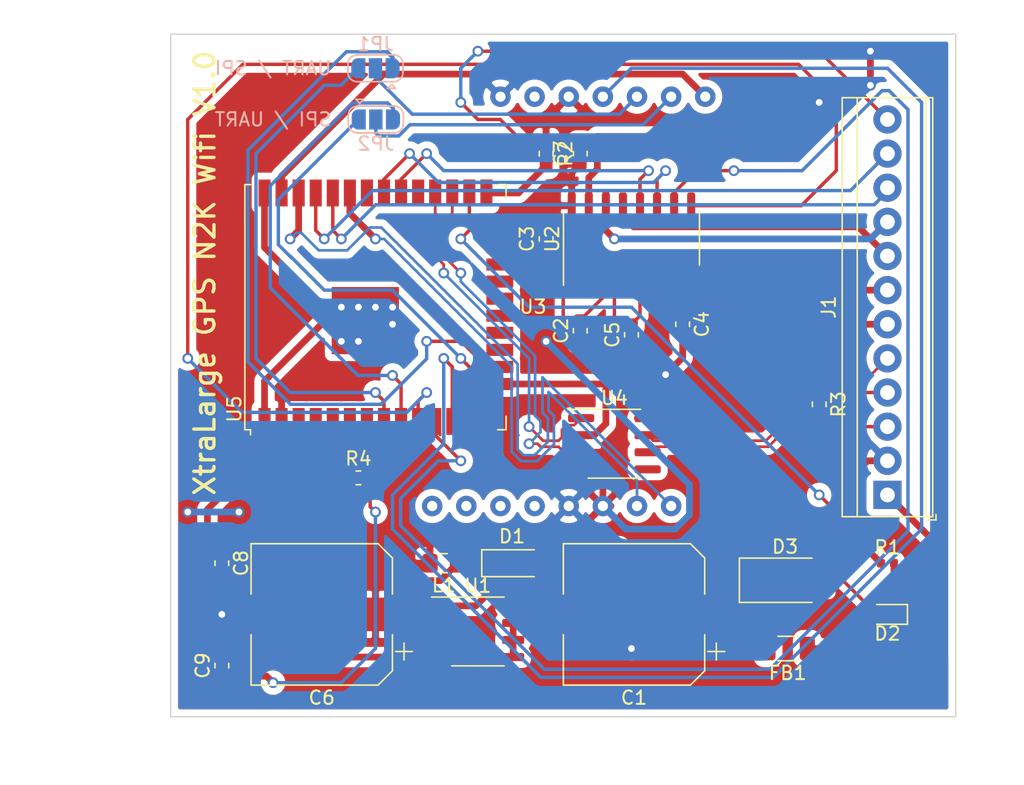
<source format=kicad_pcb>
(kicad_pcb (version 20171130) (host pcbnew "(5.1.9)-1")
  (layers (0 F.Cu signal) (31 B.Cu signal) (34 B.Paste user) (35 F.Paste user) (36 B.SilkS user) (37 F.SilkS user) (38 B.Mask user) (39 F.Mask user) (44 Edge.Cuts user))
  (net 0 "")
  (net 1 GND)
  (net 2 +BATT)
  (net 3 "Net-(C2-Pad2)")
  (net 4 "Net-(C2-Pad1)")
  (net 5 "Net-(C5-Pad2)")
  (net 6 "Net-(C5-Pad1)")
  (net 7 +3V3)
  (net 8 /EN)
  (net 9 "Net-(D1-Pad1)")
  (net 10 /ESP_LED_CTRL)
  (net 11 /GPIO0)
  (net 12 /RX_UART2)
  (net 13 /TX_UART2)
  (net 14 /TX_UART1)
  (net 15 /RX_UART1)
  (net 16 /TX_FLASH)
  (net 17 /RX_FLASH)
  (net 18 "Net-(JP1-Pad2)")
  (net 19 SPI_MOSI)
  (net 20 GPS_RX)
  (net 21 "Net-(JP2-Pad2)")
  (net 22 SPI_MISO)
  (net 23 GPS_TX)
  (net 24 "Net-(U3-Pad4)")
  (net 25 "Net-(U3-Pad3)")
  (net 26 "Net-(U3-Pad2)")
  (net 27 "Net-(U3-Pad1)")
  (net 28 SPI_SCK)
  (net 29 SPI_CS)
  (net 30 "Net-(U3-Pad10)")
  (net 31 "Net-(U5-Pad32)")
  (net 32 "Net-(U5-Pad29)")
  (net 33 "Net-(U5-Pad24)")
  (net 34 "Net-(U5-Pad23)")
  (net 35 "Net-(U5-Pad22)")
  (net 36 "Net-(U5-Pad21)")
  (net 37 "Net-(U5-Pad20)")
  (net 38 "Net-(U5-Pad19)")
  (net 39 "Net-(U5-Pad18)")
  (net 40 "Net-(U5-Pad17)")
  (net 41 "Net-(U5-Pad14)")
  (net 42 "Net-(U5-Pad7)")
  (net 43 "Net-(U5-Pad6)")
  (net 44 "Net-(U5-Pad5)")
  (net 45 "Net-(U5-Pad4)")
  (net 46 "Net-(C1-Pad1)")
  (net 47 "Net-(C3-Pad1)")
  (net 48 "Net-(C4-Pad1)")
  (net 49 "Net-(D2-Pad1)")
  (net 50 "Net-(D3-Pad2)")
  (net 51 /RX232_RX2)
  (net 52 /RX232_TX2)
  (net 53 /RS232_TX1)
  (net 54 /RX232_RX1)
  (net 55 "Net-(J1-Pad3)")
  (net 56 /CAN_P)
  (net 57 /CAN_N)
  (net 58 /I2C_P)
  (net 59 /I2C_N)
  (net 60 /CANX_N)
  (net 61 /CANX_P)
  (net 62 "Net-(U4-Pad8)")
  (net 63 "Net-(U4-Pad5)")
  (module Dronotique:AdafruitGPSM9N (layer F.Cu) (at 132.372 89.635)
    (fp_text reference U3 (at 0 0.5) (layer F.SilkS))
    (fp_text value SparkfunM9N)
    (pad 8 thru_hole circle (at 10.28 15.33) (size 1.524 1.524) (drill 0.762) (layers *.Cu *.Mask) (net 58 /I2C_P))
    (pad 7 thru_hole circle (at 7.74 15.33) (size 1.524 1.524) (drill 0.762) (layers *.Cu *.Mask) (net 59 /I2C_N))
    (pad 6 thru_hole circle (at 5.2 15.33) (size 1.524 1.524) (drill 0.762) (layers *.Cu *.Mask) (net 7 +3V3))
    (pad 5 thru_hole circle (at 2.66 15.33) (size 1.524 1.524) (drill 0.762) (layers *.Cu *.Mask) (net 1 GND))
    (pad 4 thru_hole circle (at 0.12 15.33) (size 1.524 1.524) (drill 0.762) (layers *.Cu *.Mask) (net 24 "Net-(U3-Pad4)"))
    (pad 3 thru_hole circle (at -2.42 15.33) (size 1.524 1.524) (drill 0.762) (layers *.Cu *.Mask) (net 25 "Net-(U3-Pad3)"))
    (pad 2 thru_hole circle (at -4.96 15.33) (size 1.524 1.524) (drill 0.762) (layers *.Cu *.Mask) (net 26 "Net-(U3-Pad2)"))
    (pad 1 thru_hole circle (at -7.5 15.33) (size 1.524 1.524) (drill 0.762) (layers *.Cu *.Mask) (net 27 "Net-(U3-Pad1)"))
    (pad 15 thru_hole circle (at 12.82 -15.13) (size 1.524 1.524) (drill 0.762) (layers *.Cu *.Mask) (net 28 SPI_SCK))
    (pad 14 thru_hole circle (at 10.28 -15.13) (size 1.524 1.524) (drill 0.762) (layers *.Cu *.Mask) (net 21 "Net-(JP2-Pad2)"))
    (pad 13 thru_hole circle (at 7.74 -15.13) (size 1.524 1.524) (drill 0.762) (layers *.Cu *.Mask) (net 18 "Net-(JP1-Pad2)"))
    (pad 12 thru_hole circle (at 5.2 -15.13) (size 1.524 1.524) (drill 0.762) (layers *.Cu *.Mask) (net 29 SPI_CS))
    (pad 11 thru_hole circle (at 2.66 -15.13) (size 1.524 1.524) (drill 0.762) (layers *.Cu *.Mask) (net 7 +3V3))
    (pad 10 thru_hole circle (at 0.12 -15.13) (size 1.524 1.524) (drill 0.762) (layers *.Cu *.Mask) (net 30 "Net-(U3-Pad10)"))
    (pad 9 thru_hole circle (at -2.42 -15.13) (size 1.524 1.524) (drill 0.762) (layers *.Cu *.Mask) (net 1 GND))
  )
  (module RF_Module:ESP32-WROOM-32U (layer F.Cu) (at 120.65 90.17 90)
    (fp_text reference U5 (at -7.58 -10.5 270) (layer F.SilkS))
    (fp_text value ESP32-WROOM-32U)
    (pad 38 smd rect (at 8.5 -8.255 90) (size 2 0.9) (layers F.Cu F.Paste F.Mask) (net 1 GND))
    (pad 37 smd rect (at 8.5 -6.985 90) (size 2 0.9) (layers F.Cu F.Paste F.Mask) (net 28 SPI_SCK))
    (pad 36 smd rect (at 8.5 -5.715 90) (size 2 0.9) (layers F.Cu F.Paste F.Mask) (net 58 /I2C_P))
    (pad 35 smd rect (at 8.5 -4.445 90) (size 2 0.9) (layers F.Cu F.Paste F.Mask) (net 16 /TX_FLASH))
    (pad 34 smd rect (at 8.5 -3.175 90) (size 2 0.9) (layers F.Cu F.Paste F.Mask) (net 17 /RX_FLASH))
    (pad 33 smd rect (at 8.5 -1.905 90) (size 2 0.9) (layers F.Cu F.Paste F.Mask) (net 59 /I2C_N))
    (pad 32 smd rect (at 8.5 -0.635 90) (size 2 0.9) (layers F.Cu F.Paste F.Mask) (net 31 "Net-(U5-Pad32)"))
    (pad 31 smd rect (at 8.5 0.635 90) (size 2 0.9) (layers F.Cu F.Paste F.Mask) (net 14 /TX_UART1))
    (pad 30 smd rect (at 8.5 1.905 90) (size 2 0.9) (layers F.Cu F.Paste F.Mask) (net 15 /RX_UART1))
    (pad 29 smd rect (at 8.5 3.175 90) (size 2 0.9) (layers F.Cu F.Paste F.Mask) (net 32 "Net-(U5-Pad29)"))
    (pad 28 smd rect (at 8.5 4.445 90) (size 2 0.9) (layers F.Cu F.Paste F.Mask) (net 61 /CANX_P))
    (pad 27 smd rect (at 8.5 5.715 90) (size 2 0.9) (layers F.Cu F.Paste F.Mask) (net 60 /CANX_N))
    (pad 26 smd rect (at 8.5 6.985 90) (size 2 0.9) (layers F.Cu F.Paste F.Mask) (net 10 /ESP_LED_CTRL))
    (pad 25 smd rect (at 8.5 8.255 90) (size 2 0.9) (layers F.Cu F.Paste F.Mask) (net 11 /GPIO0))
    (pad 24 smd rect (at 5.715 9.255 180) (size 2 0.9) (layers F.Cu F.Paste F.Mask) (net 33 "Net-(U5-Pad24)"))
    (pad 23 smd rect (at 4.445 9.255 180) (size 2 0.9) (layers F.Cu F.Paste F.Mask) (net 34 "Net-(U5-Pad23)"))
    (pad 22 smd rect (at 3.175 9.255 180) (size 2 0.9) (layers F.Cu F.Paste F.Mask) (net 35 "Net-(U5-Pad22)"))
    (pad 21 smd rect (at 1.905 9.255 180) (size 2 0.9) (layers F.Cu F.Paste F.Mask) (net 36 "Net-(U5-Pad21)"))
    (pad 20 smd rect (at 0.635 9.255 180) (size 2 0.9) (layers F.Cu F.Paste F.Mask) (net 37 "Net-(U5-Pad20)"))
    (pad 19 smd rect (at -0.635 9.255 180) (size 2 0.9) (layers F.Cu F.Paste F.Mask) (net 38 "Net-(U5-Pad19)"))
    (pad 18 smd rect (at -1.905 9.255 180) (size 2 0.9) (layers F.Cu F.Paste F.Mask) (net 39 "Net-(U5-Pad18)"))
    (pad 17 smd rect (at -3.175 9.255 180) (size 2 0.9) (layers F.Cu F.Paste F.Mask) (net 40 "Net-(U5-Pad17)"))
    (pad 16 smd rect (at -4.445 9.255 180) (size 2 0.9) (layers F.Cu F.Paste F.Mask) (net 20 GPS_RX))
    (pad 15 smd rect (at -5.715 9.255) (size 2 0.9) (layers F.Cu F.Paste F.Mask) (net 1 GND))
    (pad 14 smd rect (at -8.5 8.255 90) (size 2 0.9) (layers F.Cu F.Paste F.Mask) (net 41 "Net-(U5-Pad14)"))
    (pad 13 smd rect (at -8.5 6.985 90) (size 2 0.9) (layers F.Cu F.Paste F.Mask) (net 23 GPS_TX))
    (pad 12 smd rect (at -8.5 5.715 90) (size 2 0.9) (layers F.Cu F.Paste F.Mask) (net 29 SPI_CS))
    (pad 11 smd rect (at -8.5 4.445 90) (size 2 0.9) (layers F.Cu F.Paste F.Mask) (net 13 /TX_UART2))
    (pad 10 smd rect (at -8.5 3.175 90) (size 2 0.9) (layers F.Cu F.Paste F.Mask) (net 12 /RX_UART2))
    (pad 9 smd rect (at -8.5 1.905 90) (size 2 0.9) (layers F.Cu F.Paste F.Mask) (net 22 SPI_MISO))
    (pad 8 smd rect (at -8.5 0.635 90) (size 2 0.9) (layers F.Cu F.Paste F.Mask) (net 19 SPI_MOSI))
    (pad 7 smd rect (at -8.5 -0.635 90) (size 2 0.9) (layers F.Cu F.Paste F.Mask) (net 42 "Net-(U5-Pad7)"))
    (pad 6 smd rect (at -8.5 -1.905 90) (size 2 0.9) (layers F.Cu F.Paste F.Mask) (net 43 "Net-(U5-Pad6)"))
    (pad 5 smd rect (at -8.5 -3.175 90) (size 2 0.9) (layers F.Cu F.Paste F.Mask) (net 44 "Net-(U5-Pad5)"))
    (pad 4 smd rect (at -8.5 -4.445 90) (size 2 0.9) (layers F.Cu F.Paste F.Mask) (net 45 "Net-(U5-Pad4)"))
    (pad 3 smd rect (at -8.5 -5.715 90) (size 2 0.9) (layers F.Cu F.Paste F.Mask) (net 8 /EN))
    (pad 2 smd rect (at -8.5 -6.985 90) (size 2 0.9) (layers F.Cu F.Paste F.Mask) (net 7 +3V3))
    (pad 1 smd rect (at -8.5 -8.255 90) (size 2 0.9) (layers F.Cu F.Paste F.Mask) (net 1 GND))
    (pad 39 smd rect (at -1 -0.755 90) (size 5 5) (layers F.Cu F.Paste F.Mask) (net 1 GND))
  )
  (module Diode_SMD:D_SMA (layer F.Cu) (at 151.13 110.49)
    (fp_text reference D3 (at 0 -2.5) (layer F.SilkS))
    (fp_text value D_Schottky)
    (pad 2 smd rect (at 2 0) (size 2.5 1.8) (layers F.Cu F.Paste F.Mask) (net 50 "Net-(D3-Pad2)"))
    (pad 1 smd rect (at -2 0) (size 2.5 1.8) (layers F.Cu F.Paste F.Mask) (net 46 "Net-(C1-Pad1)"))
  )
  (module Package_SO:SOIC-16_3.9x9.9mm_P1.27mm (layer F.Cu) (at 139.7 85.09 90)
    (fp_text reference U2 (at 0 -5.9 90) (layer F.SilkS))
    (fp_text value MAX3232CDR)
    (pad 16 smd roundrect (at 2.475 -4.445 90) (size 1.95 0.6) (layers F.Cu F.Paste F.Mask) (net 7 +3V3))
    (pad 15 smd roundrect (at 2.475 -3.175 90) (size 1.95 0.6) (layers F.Cu F.Paste F.Mask) (net 1 GND))
    (pad 14 smd roundrect (at 2.475 -1.905 90) (size 1.95 0.6) (layers F.Cu F.Paste F.Mask) (net 53 /RS232_TX1))
    (pad 13 smd roundrect (at 2.475 -0.635 90) (size 1.95 0.6) (layers F.Cu F.Paste F.Mask) (net 54 /RX232_RX1))
    (pad 12 smd roundrect (at 2.475 0.635 90) (size 1.95 0.6) (layers F.Cu F.Paste F.Mask) (net 15 /RX_UART1))
    (pad 11 smd roundrect (at 2.475 1.905 90) (size 1.95 0.6) (layers F.Cu F.Paste F.Mask) (net 14 /TX_UART1))
    (pad 10 smd roundrect (at 2.475 3.175 90) (size 1.95 0.6) (layers F.Cu F.Paste F.Mask) (net 13 /TX_UART2))
    (pad 9 smd roundrect (at 2.475 4.445 90) (size 1.95 0.6) (layers F.Cu F.Paste F.Mask) (net 12 /RX_UART2))
    (pad 8 smd roundrect (at -2.475 4.445 90) (size 1.95 0.6) (layers F.Cu F.Paste F.Mask) (net 51 /RX232_RX2))
    (pad 7 smd roundrect (at -2.475 3.175 90) (size 1.95 0.6) (layers F.Cu F.Paste F.Mask) (net 52 /RX232_TX2))
    (pad 6 smd roundrect (at -2.475 1.905 90) (size 1.95 0.6) (layers F.Cu F.Paste F.Mask) (net 48 "Net-(C4-Pad1)"))
    (pad 5 smd roundrect (at -2.475 0.635 90) (size 1.95 0.6) (layers F.Cu F.Paste F.Mask) (net 5 "Net-(C5-Pad2)"))
    (pad 4 smd roundrect (at -2.475 -0.635 90) (size 1.95 0.6) (layers F.Cu F.Paste F.Mask) (net 6 "Net-(C5-Pad1)"))
    (pad 3 smd roundrect (at -2.475 -1.905 90) (size 1.95 0.6) (layers F.Cu F.Paste F.Mask) (net 3 "Net-(C2-Pad2)"))
    (pad 2 smd roundrect (at -2.475 -3.175 90) (size 1.95 0.6) (layers F.Cu F.Paste F.Mask) (net 47 "Net-(C3-Pad1)"))
    (pad 1 smd roundrect (at -2.475 -4.445 90) (size 1.95 0.6) (layers F.Cu F.Paste F.Mask) (net 4 "Net-(C2-Pad1)"))
  )
  (module Inductor_SMD:L_0805_2012Metric_Pad1.15x1.40mm_HandSolder (layer F.Cu) (at 125.73 109.22 180)
    (fp_text reference L1 (at 0 -1.65) (layer F.SilkS))
    (fp_text value 47uH)
    (pad 2 smd roundrect (at 1.025 0 180) (size 1.15 1.4) (layers F.Cu F.Paste F.Mask) (roundrect_rratio 0.217391) (net 7 +3V3))
    (pad 1 smd roundrect (at -1.025 0 180) (size 1.15 1.4) (layers F.Cu F.Paste F.Mask) (roundrect_rratio 0.217391) (net 9 "Net-(D1-Pad1)"))
  )
  (module Resistor_SMD:R_1206_3216Metric (layer F.Cu) (at 151.3225 115.57 180)
    (fp_text reference FB1 (at 0 -1.82) (layer F.SilkS))
    (fp_text value "100MHz 6A")
    (pad 2 smd roundrect (at 1.4625 0 180) (size 1.125 1.75) (layers F.Cu F.Paste F.Mask) (roundrect_rratio 0.222222) (net 50 "Net-(D3-Pad2)"))
    (pad 1 smd roundrect (at -1.4625 0 180) (size 1.125 1.75) (layers F.Cu F.Paste F.Mask) (roundrect_rratio 0.222222) (net 2 +BATT))
  )
  (module Capacitor_SMD:CP_Elec_10x10 (layer F.Cu) (at 116.65 113.03 180)
    (fp_text reference C6 (at 0 -6.2) (layer F.SilkS))
    (fp_text value 330uF)
    (pad 2 smd roundrect (at 4 0 180) (size 4 2.5) (layers F.Cu F.Paste F.Mask) (roundrect_rratio 0.1) (net 1 GND))
    (pad 1 smd roundrect (at -4 0 180) (size 4 2.5) (layers F.Cu F.Paste F.Mask) (roundrect_rratio 0.1) (net 7 +3V3))
  )
  (module Capacitor_SMD:CP_Elec_10x10 (layer F.Cu) (at 139.89 113.03 180)
    (fp_text reference C1 (at 0 -6.2) (layer F.SilkS))
    (fp_text value 470UF)
    (pad 2 smd roundrect (at 4 0 180) (size 4 2.5) (layers F.Cu F.Paste F.Mask) (roundrect_rratio 0.1) (net 1 GND))
    (pad 1 smd roundrect (at -4 0 180) (size 4 2.5) (layers F.Cu F.Paste F.Mask) (roundrect_rratio 0.1) (net 46 "Net-(C1-Pad1)"))
  )
  (module Package_SO:SOIC-8_3.9x4.9mm_P1.27mm (layer F.Cu) (at 138.43 100.33)
    (fp_text reference U4 (at 0 -3.4) (layer F.SilkS))
    (fp_text value SN65HVD232DR)
    (pad 8 smd roundrect (at 2.475 -1.905) (size 1.95 0.6) (layers F.Cu F.Paste F.Mask) (net 62 "Net-(U4-Pad8)"))
    (pad 7 smd roundrect (at 2.475 -0.635) (size 1.95 0.6) (layers F.Cu F.Paste F.Mask) (net 56 /CAN_P))
    (pad 6 smd roundrect (at 2.475 0.635) (size 1.95 0.6) (layers F.Cu F.Paste F.Mask) (net 57 /CAN_N))
    (pad 5 smd roundrect (at 2.475 1.905) (size 1.95 0.6) (layers F.Cu F.Paste F.Mask) (net 63 "Net-(U4-Pad5)"))
    (pad 4 smd roundrect (at -2.475 1.905) (size 1.95 0.6) (layers F.Cu F.Paste F.Mask) (net 60 /CANX_N))
    (pad 3 smd roundrect (at -2.475 0.635) (size 1.95 0.6) (layers F.Cu F.Paste F.Mask) (net 7 +3V3))
    (pad 2 smd roundrect (at -2.475 -0.635) (size 1.95 0.6) (layers F.Cu F.Paste F.Mask) (net 1 GND))
    (pad 1 smd roundrect (at -2.475 -1.905) (size 1.95 0.6) (layers F.Cu F.Paste F.Mask) (net 61 /CANX_P))
  )
  (module Package_SO:SOP-8_3.9x4.9mm_P1.27mm (layer F.Cu) (at 128.27 114.3)
    (fp_text reference U1 (at 0 -3.4) (layer F.SilkS))
    (fp_text value "XLSEMI XL1509-3.3E1")
    (pad 8 smd roundrect (at 2.625 -1.905) (size 1.65 0.6) (layers F.Cu F.Paste F.Mask) (net 1 GND))
    (pad 7 smd roundrect (at 2.625 -0.635) (size 1.65 0.6) (layers F.Cu F.Paste F.Mask) (net 1 GND))
    (pad 6 smd roundrect (at 2.625 0.635) (size 1.65 0.6) (layers F.Cu F.Paste F.Mask) (net 1 GND))
    (pad 5 smd roundrect (at 2.625 1.905) (size 1.65 0.6) (layers F.Cu F.Paste F.Mask) (net 1 GND))
    (pad 4 smd roundrect (at -2.625 1.905) (size 1.65 0.6) (layers F.Cu F.Paste F.Mask) (net 1 GND))
    (pad 3 smd roundrect (at -2.625 0.635) (size 1.65 0.6) (layers F.Cu F.Paste F.Mask) (net 7 +3V3))
    (pad 2 smd roundrect (at -2.625 -0.635) (size 1.65 0.6) (layers F.Cu F.Paste F.Mask) (net 9 "Net-(D1-Pad1)"))
    (pad 1 smd roundrect (at -2.625 -1.905) (size 1.65 0.6) (layers F.Cu F.Paste F.Mask) (net 46 "Net-(C1-Pad1)"))
  )
  (module Resistor_SMD:R_0603_1608Metric_Pad1.05x0.95mm_HandSolder (layer F.Cu) (at 119.38 102.87)
    (fp_text reference R4 (at 0 -1.43) (layer F.SilkS))
    (fp_text value 10kohm)
    (pad 2 smd roundrect (at 0.875 0) (size 1.05 0.95) (layers F.Cu F.Paste F.Mask) (net 8 /EN))
    (pad 1 smd roundrect (at -0.875 0) (size 1.05 0.95) (layers F.Cu F.Paste F.Mask) (net 7 +3V3))
  )
  (module Resistor_SMD:R_0603_1608Metric_Pad1.05x0.95mm_HandSolder (layer F.Cu) (at 153.67 97.395 270)
    (fp_text reference R3 (at 0 -1.43 90) (layer F.SilkS))
    (fp_text value 120ohm)
    (pad 2 smd roundrect (at 0.875 0 270) (size 1.05 0.95) (layers F.Cu F.Paste F.Mask) (net 55 "Net-(J1-Pad3)"))
    (pad 1 smd roundrect (at -0.875 0 270) (size 1.05 0.95) (layers F.Cu F.Paste F.Mask) (net 57 /CAN_N))
  )
  (module Resistor_SMD:R_0603_1608Metric_Pad1.05x0.95mm_HandSolder (layer F.Cu) (at 133.35 78.74 270)
    (fp_text reference R2 (at 0 -1.43 90) (layer F.SilkS))
    (fp_text value 10kohm)
    (pad 2 smd roundrect (at 0.875 0 270) (size 1.05 0.95) (layers F.Cu F.Paste F.Mask) (net 11 /GPIO0))
    (pad 1 smd roundrect (at -0.875 0 270) (size 1.05 0.95) (layers F.Cu F.Paste F.Mask) (net 7 +3V3))
  )
  (module Resistor_SMD:R_0402_1005Metric (layer F.Cu) (at 158.75 109.22)
    (fp_text reference R1 (at 0 -1.17) (layer F.SilkS))
    (fp_text value 220ohm)
    (pad 2 smd roundrect (at 0.485 0) (size 0.59 0.64) (layers F.Cu F.Paste F.Mask) (net 49 "Net-(D2-Pad1)"))
    (pad 1 smd roundrect (at -0.485 0) (size 0.59 0.64) (layers F.Cu F.Paste F.Mask) (net 1 GND))
  )
  (module Jumper:SolderJumper-3_P1.3mm_Open_RoundedPad1.0x1.5mm (layer B.Cu) (at 120.68 76.2)
    (fp_text reference JP2 (at 0 1.8) (layer B.SilkS) (effects (justify mirror)))
    (fp_text value MISO/TX)
    (pad 2 smd rect (at 0 0) (size 1 1.5) (layers B.Cu B.Mask) (net 21 "Net-(JP2-Pad2)"))
    (pad 3 smd custom (at 1.3 0) (size 1 0.5) (layers B.Cu B.Mask) (net 22 SPI_MISO) (options (clearance outline) (anchor rect)) (primitives (gr_circle (center 0 -0.25) (end 0.5 -0.25) (width 0)) (gr_circle (center 0 0.25) (end 0.5 0.25) (width 0)) (gr_poly (pts (xy -0.55 0.75) (xy 0 0.75) (xy 0 -0.75) (xy -0.55 -0.75)) (width 0))))
    (pad 1 smd custom (at -1.3 0) (size 1 0.5) (layers B.Cu B.Mask) (net 23 GPS_TX) (options (clearance outline) (anchor rect)) (primitives (gr_circle (center 0 -0.25) (end 0.5 -0.25) (width 0)) (gr_circle (center 0 0.25) (end 0.5 0.25) (width 0)) (gr_poly (pts (xy 0.55 0.75) (xy 0 0.75) (xy 0 -0.75) (xy 0.55 -0.75)) (width 0))))
  )
  (module Jumper:SolderJumper-3_P1.3mm_Open_RoundedPad1.0x1.5mm (layer B.Cu) (at 120.65 72.39 180)
    (fp_text reference JP1 (at 0 1.8) (layer B.SilkS) (effects (justify mirror)))
    (fp_text value MOSI/RX)
    (pad 2 smd rect (at 0 0 180) (size 1 1.5) (layers B.Cu B.Mask) (net 18 "Net-(JP1-Pad2)"))
    (pad 3 smd custom (at 1.3 0 180) (size 1 0.5) (layers B.Cu B.Mask) (net 19 SPI_MOSI) (options (clearance outline) (anchor rect)) (primitives (gr_circle (center 0 -0.25) (end 0.5 -0.25) (width 0)) (gr_circle (center 0 0.25) (end 0.5 0.25) (width 0)) (gr_poly (pts (xy -0.55 0.75) (xy 0 0.75) (xy 0 -0.75) (xy -0.55 -0.75)) (width 0))))
    (pad 1 smd custom (at -1.3 0 180) (size 1 0.5) (layers B.Cu B.Mask) (net 20 GPS_RX) (options (clearance outline) (anchor rect)) (primitives (gr_circle (center 0 -0.25) (end 0.5 -0.25) (width 0)) (gr_circle (center 0 0.25) (end 0.5 0.25) (width 0)) (gr_poly (pts (xy 0.55 0.75) (xy 0 0.75) (xy 0 -0.75) (xy 0.55 -0.75)) (width 0))))
  )
  (module TerminalBlock_TE-Connectivity:TerminalBlock_TE_1-282834-2_1x12_P2.54mm_Horizontal (layer F.Cu) (at 158.75 104.14 90)
    (fp_text reference J1 (at 13.97 -4.37 90) (layer F.SilkS))
    (fp_text value Conn_01x12)
    (pad 12 thru_hole circle (at 27.94 0 90) (size 2.1 2.1) (drill 1.1) (layers *.Cu *.Mask) (net 11 /GPIO0))
    (pad 11 thru_hole circle (at 25.4 0 90) (size 2.1 2.1) (drill 1.1) (layers *.Cu *.Mask) (net 16 /TX_FLASH))
    (pad 10 thru_hole circle (at 22.86 0 90) (size 2.1 2.1) (drill 1.1) (layers *.Cu *.Mask) (net 17 /RX_FLASH))
    (pad 9 thru_hole circle (at 20.32 0 90) (size 2.1 2.1) (drill 1.1) (layers *.Cu *.Mask) (net 53 /RS232_TX1))
    (pad 8 thru_hole circle (at 17.78 0 90) (size 2.1 2.1) (drill 1.1) (layers *.Cu *.Mask) (net 54 /RX232_RX1))
    (pad 7 thru_hole circle (at 15.24 0 90) (size 2.1 2.1) (drill 1.1) (layers *.Cu *.Mask) (net 51 /RX232_RX2))
    (pad 6 thru_hole circle (at 12.7 0 90) (size 2.1 2.1) (drill 1.1) (layers *.Cu *.Mask) (net 52 /RX232_TX2))
    (pad 5 thru_hole circle (at 10.16 0 90) (size 2.1 2.1) (drill 1.1) (layers *.Cu *.Mask) (net 56 /CAN_P))
    (pad 4 thru_hole circle (at 7.62 0 90) (size 2.1 2.1) (drill 1.1) (layers *.Cu *.Mask) (net 57 /CAN_N))
    (pad 3 thru_hole circle (at 5.08 0 90) (size 2.1 2.1) (drill 1.1) (layers *.Cu *.Mask) (net 55 "Net-(J1-Pad3)"))
    (pad 2 thru_hole circle (at 2.54 0 90) (size 2.1 2.1) (drill 1.1) (layers *.Cu *.Mask) (net 1 GND))
    (pad 1 thru_hole rect (at 0 0 90) (size 2.1 2.1) (drill 1.1) (layers *.Cu *.Mask) (net 2 +BATT))
  )
  (module LED_SMD:LED_0603_1608Metric (layer F.Cu) (at 158.75 113.03 180)
    (fp_text reference D2 (at 0 -1.43) (layer F.SilkS))
    (fp_text value Green)
    (pad 2 smd roundrect (at 0.7875 0 180) (size 0.875 0.95) (layers F.Cu F.Paste F.Mask) (net 10 /ESP_LED_CTRL))
    (pad 1 smd roundrect (at -0.7875 0 180) (size 0.875 0.95) (layers F.Cu F.Paste F.Mask) (net 49 "Net-(D2-Pad1)"))
  )
  (module Diode_SMD:D_SOD-123 (layer F.Cu) (at 130.81 109.22)
    (fp_text reference D1 (at 0 -2) (layer F.SilkS))
    (fp_text value D_1N5819)
    (pad 2 smd rect (at 1.65 0) (size 0.9 1.2) (layers F.Cu F.Paste F.Mask) (net 1 GND))
    (pad 1 smd rect (at -1.65 0) (size 0.9 1.2) (layers F.Cu F.Paste F.Mask) (net 9 "Net-(D1-Pad1)"))
  )
  (module Capacitor_SMD:C_0603_1608Metric (layer F.Cu) (at 109.22 116.84 90)
    (fp_text reference C9 (at 0 -1.43 90) (layer F.SilkS))
    (fp_text value 2.2uF)
    (pad 2 smd roundrect (at 0.7875 0 90) (size 0.875 0.95) (layers F.Cu F.Paste F.Mask) (net 1 GND))
    (pad 1 smd roundrect (at -0.7875 0 90) (size 0.875 0.95) (layers F.Cu F.Paste F.Mask) (net 8 /EN))
  )
  (module Capacitor_SMD:C_0603_1608Metric (layer F.Cu) (at 109.22 109.22 270)
    (fp_text reference C8 (at 0 -1.43 90) (layer F.SilkS))
    (fp_text value 10uF)
    (pad 2 smd roundrect (at 0.7875 0 270) (size 0.875 0.95) (layers F.Cu F.Paste F.Mask) (net 1 GND))
    (pad 1 smd roundrect (at -0.7875 0 270) (size 0.875 0.95) (layers F.Cu F.Paste F.Mask) (net 7 +3V3))
  )
  (module Capacitor_SMD:C_0603_1608Metric (layer F.Cu) (at 135.89 78.74 90)
    (fp_text reference C7 (at 0 -1.43 90) (layer F.SilkS))
    (fp_text value 0.1uF)
    (pad 2 smd roundrect (at 0.7875 0 90) (size 0.875 0.95) (layers F.Cu F.Paste F.Mask) (net 1 GND))
    (pad 1 smd roundrect (at -0.7875 0 90) (size 0.875 0.95) (layers F.Cu F.Paste F.Mask) (net 7 +3V3))
  )
  (module Capacitor_SMD:C_0603_1608Metric (layer F.Cu) (at 139.7 92.2275 90)
    (fp_text reference C5 (at 0 -1.43 90) (layer F.SilkS))
    (fp_text value 0.1uF)
    (pad 2 smd roundrect (at 0.7875 0 90) (size 0.875 0.95) (layers F.Cu F.Paste F.Mask) (net 5 "Net-(C5-Pad2)"))
    (pad 1 smd roundrect (at -0.7875 0 90) (size 0.875 0.95) (layers F.Cu F.Paste F.Mask) (net 6 "Net-(C5-Pad1)"))
  )
  (module Capacitor_SMD:C_0603_1608Metric (layer F.Cu) (at 143.51 91.44 270)
    (fp_text reference C4 (at 0 -1.43 90) (layer F.SilkS))
    (fp_text value 0.1uF)
    (pad 2 smd roundrect (at 0.7875 0 270) (size 0.875 0.95) (layers F.Cu F.Paste F.Mask) (net 1 GND))
    (pad 1 smd roundrect (at -0.7875 0 270) (size 0.875 0.95) (layers F.Cu F.Paste F.Mask) (net 48 "Net-(C4-Pad1)"))
  )
  (module Capacitor_SMD:C_0603_1608Metric (layer F.Cu) (at 133.35 85.09 90)
    (fp_text reference C3 (at 0 -1.43 90) (layer F.SilkS))
    (fp_text value 0.1uF)
    (pad 2 smd roundrect (at 0.7875 0 90) (size 0.875 0.95) (layers F.Cu F.Paste F.Mask) (net 1 GND))
    (pad 1 smd roundrect (at -0.7875 0 90) (size 0.875 0.95) (layers F.Cu F.Paste F.Mask) (net 47 "Net-(C3-Pad1)"))
  )
  (module Capacitor_SMD:C_0603_1608Metric (layer F.Cu) (at 135.89 91.9225 90)
    (fp_text reference C2 (at 0 -1.43 90) (layer F.SilkS))
    (fp_text value 0.1uF)
    (pad 2 smd roundrect (at 0.7875 0 90) (size 0.875 0.95) (layers F.Cu F.Paste F.Mask) (net 3 "Net-(C2-Pad2)"))
    (pad 1 smd roundrect (at -0.7875 0 90) (size 0.875 0.95) (layers F.Cu F.Paste F.Mask) (net 4 "Net-(C2-Pad1)"))
  )
  (gr_text "XtraLarge GPS N2K Wifi V1.0" (at 107.95 87.63 90) (layer F.SilkS) (effects (font (size 1.5 1.5) (thickness 0.25))))
  (gr_text "SPI / UART" (at 113.03 76.2) (layer B.SilkS) (effects (font (size 1 1)) (justify mirror)))
  (gr_text "UART / SPI" (at 113.03 72.39) (layer B.SilkS) (effects (font (size 1 1)) (justify mirror)))
  (gr_line (start 163.83 69.85) (end 163.83 120.65) (layer Edge.Cuts) (width 0.1))
  (gr_line (start 105.41 69.85) (end 163.83 69.85) (layer Edge.Cuts) (width 0.1))
  (gr_line (start 105.41 120.65) (end 105.41 69.85) (layer Edge.Cuts) (width 0.1))
  (gr_line (start 163.83 120.65) (end 105.41 120.65) (layer Edge.Cuts) (width 0.1))
  (via (at 124.46 96.52) (size 0.8) (drill 0.5) (layers F.Cu B.Cu) (net 12))
  (via (at 125.73 87.63) (size 0.8) (drill 0.5) (layers F.Cu B.Cu) (net 61))
  (via (at 121.92 91.44) (size 0.8) (drill 0.5) (layers F.Cu B.Cu) (net 1))
  (via (at 120.65 90.17) (size 0.8) (drill 0.5) (layers F.Cu B.Cu) (net 1))
  (via (at 119.38 90.17) (size 0.8) (drill 0.5) (layers F.Cu B.Cu) (net 1))
  (via (at 119.38 92.71) (size 0.8) (drill 0.5) (layers F.Cu B.Cu) (net 1))
  (via (at 121.92 90.17) (size 0.8) (drill 0.5) (layers F.Cu B.Cu) (net 1))
  (via (at 118.11 90.17) (size 0.8) (drill 0.5) (layers F.Cu B.Cu) (net 1))
  (via (at 118.11 92.71) (size 0.8) (drill 0.5) (layers F.Cu B.Cu) (net 1))
  (segment (start 135.89 77.9525) (end 136.6775 77.9525) (width 0.5) (layer F.Cu) (net 1))
  (segment (start 136.6775 77.9525) (end 137.16 77.47) (width 0.5) (layer F.Cu) (net 1))
  (segment (start 137.16 77.47) (end 137.16 77.47) (width 0.5) (layer F.Cu) (net 1))
  (segment (start 136.525 80.525404) (end 137.16 79.890404) (width 0.5) (layer F.Cu) (net 1))
  (segment (start 136.525 82.615) (end 136.525 80.525404) (width 0.5) (layer F.Cu) (net 1))
  (segment (start 137.16 79.890404) (end 137.16 77.47) (width 0.5) (layer F.Cu) (net 1))
  (segment (start 157.265076 101.6) (end 156.21 102.655076) (width 0.5) (layer F.Cu) (net 1))
  (segment (start 158.75 101.6) (end 157.265076 101.6) (width 0.5) (layer F.Cu) (net 1))
  (segment (start 156.21 107.165) (end 158.265 109.22) (width 0.5) (layer F.Cu) (net 1))
  (segment (start 156.21 102.655076) (end 156.21 107.165) (width 0.5) (layer F.Cu) (net 1))
  (segment (start 133.255 112.395) (end 130.895 112.395) (width 0.5) (layer F.Cu) (net 1))
  (segment (start 133.89 113.03) (end 133.255 112.395) (width 0.5) (layer F.Cu) (net 1))
  (segment (start 135.89 113.03) (end 133.89 113.03) (width 0.5) (layer F.Cu) (net 1))
  (segment (start 115.825 116.205) (end 125.645 116.205) (width 0.5) (layer F.Cu) (net 1))
  (segment (start 112.65 113.03) (end 115.825 116.205) (width 0.5) (layer F.Cu) (net 1))
  (segment (start 125.645 116.205) (end 130.895 116.205) (width 0.5) (layer F.Cu) (net 1))
  (segment (start 130.895 116.205) (end 130.895 113.115) (width 0.5) (layer F.Cu) (net 1))
  (segment (start 130.895 113.115) (end 130.895 112.395) (width 0.5) (layer F.Cu) (net 1))
  (segment (start 112.395 95.67) (end 112.395 98.67) (width 0.5) (layer F.Cu) (net 1))
  (segment (start 116.895 91.17) (end 112.395 95.67) (width 0.5) (layer F.Cu) (net 1))
  (segment (start 119.895 91.17) (end 116.895 91.17) (width 0.5) (layer F.Cu) (net 1))
  (segment (start 112.395 81.67) (end 112.395 85.725) (width 0.5) (layer F.Cu) (net 1))
  (segment (start 117.84 91.17) (end 119.895 91.17) (width 0.5) (layer F.Cu) (net 1))
  (segment (start 112.395 85.725) (end 117.84 91.17) (width 0.5) (layer F.Cu) (net 1))
  (segment (start 112.614999 81.67) (end 112.395 81.67) (width 0.5) (layer F.Cu) (net 1))
  (segment (start 136.525 83.59) (end 136.525 82.615) (width 0.5) (layer F.Cu) (net 1))
  (segment (start 135.8125 84.3025) (end 136.525 83.59) (width 0.5) (layer F.Cu) (net 1))
  (segment (start 133.35 84.3025) (end 135.8125 84.3025) (width 0.5) (layer F.Cu) (net 1))
  (via (at 139.7 115.57) (size 0.8) (drill 0.5) (layers F.Cu B.Cu) (net 1))
  (segment (start 132.46 110.83) (end 132.46 109.22) (width 0.5) (layer F.Cu) (net 1))
  (segment (start 130.895 112.395) (end 132.46 110.83) (width 0.5) (layer F.Cu) (net 1))
  (segment (start 140.139324 98.425) (end 140.905 98.425) (width 0.5) (layer F.Cu) (net 62))
  (segment (start 137.16 77.47) (end 146.05 77.47) (width 0.5) (layer F.Cu) (net 1))
  (segment (start 146.05 77.47) (end 147.32 78.74) (width 0.5) (layer F.Cu) (net 1))
  (segment (start 147.32 78.74) (end 151.13 78.74) (width 0.5) (layer F.Cu) (net 1))
  (segment (start 151.13 78.74) (end 153.67 76.2) (width 0.5) (layer F.Cu) (net 1))
  (segment (start 153.67 76.2) (end 153.67 74.93) (width 0.5) (layer F.Cu) (net 1))
  (segment (start 153.67 74.93) (end 153.67 74.93) (width 0.5) (layer F.Cu) (net 1))
  (via (at 153.67 74.93) (size 0.8) (drill 0.5) (layers F.Cu B.Cu) (net 1))
  (segment (start 129.905 95.885) (end 130.175 95.885) (width 0.5) (layer F.Cu) (net 1))
  (via (at 142.24 95.185) (size 0.8) (drill 0.5) (layers F.Cu B.Cu) (net 1))
  (segment (start 112.2425 113.03) (end 109.22 116.0525) (width 0.5) (layer F.Cu) (net 1))
  (segment (start 112.2425 113.03) (end 109.22 110.0075) (width 0.5) (layer F.Cu) (net 1))
  (segment (start 112.65 113.03) (end 112.2425 113.03) (width 0.5) (layer F.Cu) (net 1))
  (segment (start 112.395 98.67) (end 112.395 100.965) (width 0.5) (layer F.Cu) (net 1))
  (segment (start 108.745 110.0075) (end 109.22 110.0075) (width 0.5) (layer F.Cu) (net 1))
  (segment (start 108.14499 109.40749) (end 108.745 110.0075) (width 0.5) (layer F.Cu) (net 1))
  (segment (start 108.14499 105.21501) (end 108.14499 109.40749) (width 0.5) (layer F.Cu) (net 1))
  (segment (start 112.395 100.965) (end 108.14499 105.21501) (width 0.5) (layer F.Cu) (net 1))
  (via (at 109.22 113.03) (size 0.8) (drill 0.5) (layers F.Cu B.Cu) (net 1))
  (segment (start 112.65 113.03) (end 109.22 113.03) (width 0.5) (layer F.Cu) (net 1))
  (segment (start 143.51 93.915) (end 142.24 95.185) (width 0.5) (layer F.Cu) (net 1))
  (segment (start 143.51 92.2275) (end 143.51 93.915) (width 0.5) (layer F.Cu) (net 1))
  (segment (start 140.905 95.185) (end 140.205 95.885) (width 0.5) (layer F.Cu) (net 1))
  (segment (start 142.24 95.185) (end 140.905 95.185) (width 0.5) (layer F.Cu) (net 1))
  (segment (start 135.89 113.03) (end 137.16 113.03) (width 0.5) (layer F.Cu) (net 1))
  (segment (start 137.16 113.03) (end 139.7 115.57) (width 0.5) (layer F.Cu) (net 1))
  (via (at 157.48 73.66) (size 0.8) (drill 0.5) (layers F.Cu B.Cu) (net 1))
  (via (at 157.48 71.12) (size 0.8) (drill 0.5) (layers F.Cu B.Cu) (net 1))
  (segment (start 156.21 74.93) (end 157.48 73.66) (width 0.5) (layer B.Cu) (net 1))
  (segment (start 153.67 74.93) (end 156.21 74.93) (width 0.5) (layer B.Cu) (net 1))
  (segment (start 157.48 73.66) (end 157.48 71.12) (width 0.5) (layer F.Cu) (net 1))
  (segment (start 137.795 98.83) (end 137.795 95.885) (width 0.5) (layer F.Cu) (net 1))
  (segment (start 135.955 99.695) (end 136.93 99.695) (width 0.5) (layer F.Cu) (net 1))
  (segment (start 137.795 95.885) (end 140.205 95.885) (width 0.5) (layer F.Cu) (net 1))
  (segment (start 136.93 99.695) (end 137.795 98.83) (width 0.5) (layer F.Cu) (net 1))
  (segment (start 129.905 95.885) (end 137.795 95.885) (width 0.5) (layer F.Cu) (net 1))
  (via (at 106.68 105.41) (size 0.8) (drill 0.5) (layers F.Cu B.Cu) (net 7))
  (via (at 127 87.63) (size 0.8) (drill 0.5) (layers F.Cu B.Cu) (net 60))
  (via (at 132.08 99.06) (size 0.8) (drill 0.5) (layers F.Cu B.Cu) (net 61))
  (segment (start 158.75 104.14) (end 162.56 107.95) (width 0.5) (layer F.Cu) (net 2))
  (segment (start 162.56 107.95) (end 162.56 115.57) (width 0.5) (layer F.Cu) (net 2))
  (segment (start 162.56 115.57) (end 152.785 115.57) (width 0.5) (layer F.Cu) (net 2))
  (segment (start 137.795 89.23) (end 135.89 91.135) (width 0.254) (layer F.Cu) (net 3))
  (segment (start 137.795 87.565) (end 137.795 89.23) (width 0.254) (layer F.Cu) (net 3))
  (segment (start 135.255 87.565) (end 134.62 88.2) (width 0.254) (layer F.Cu) (net 4))
  (segment (start 134.62 91.44) (end 135.89 92.71) (width 0.254) (layer F.Cu) (net 4))
  (segment (start 134.62 88.2) (end 134.62 91.44) (width 0.254) (layer F.Cu) (net 4))
  (segment (start 140.335 90.805) (end 139.7 91.44) (width 0.254) (layer F.Cu) (net 5))
  (segment (start 140.335 87.565) (end 140.335 90.805) (width 0.254) (layer F.Cu) (net 5))
  (segment (start 139.065 88.54) (end 138.43 89.175) (width 0.254) (layer F.Cu) (net 6))
  (segment (start 139.065 87.565) (end 139.065 88.54) (width 0.254) (layer F.Cu) (net 6))
  (segment (start 139.7 92.898956) (end 139.7 93.015) (width 0.254) (layer F.Cu) (net 6))
  (segment (start 138.43 91.628956) (end 139.7 92.898956) (width 0.254) (layer F.Cu) (net 6))
  (segment (start 138.43 89.175) (end 138.43 91.628956) (width 0.254) (layer F.Cu) (net 6))
  (segment (start 124.46 109.22) (end 124.705 109.22) (width 0.5) (layer F.Cu) (net 7))
  (segment (start 120.65 113.03) (end 124.46 109.22) (width 0.5) (layer F.Cu) (net 7))
  (segment (start 124.705 109.22) (end 121.92 109.22) (width 0.5) (layer F.Cu) (net 7))
  (segment (start 118.505 105.805) (end 118.505 102.87) (width 0.5) (layer F.Cu) (net 7))
  (segment (start 121.92 109.22) (end 118.505 105.805) (width 0.5) (layer F.Cu) (net 7))
  (segment (start 116.604998 102.87) (end 113.665 99.930002) (width 0.5) (layer F.Cu) (net 7))
  (segment (start 113.665 99.930002) (end 113.665 98.67) (width 0.5) (layer F.Cu) (net 7))
  (segment (start 118.505 102.87) (end 116.604998 102.87) (width 0.5) (layer F.Cu) (net 7))
  (segment (start 124.705 109.22) (end 124.705 107.705) (width 0.5) (layer F.Cu) (net 7))
  (segment (start 124.705 107.705) (end 125.73 106.68) (width 0.5) (layer F.Cu) (net 7))
  (segment (start 135.857 106.68) (end 137.572 104.965) (width 0.5) (layer F.Cu) (net 7))
  (segment (start 125.73 106.68) (end 135.857 106.68) (width 0.5) (layer F.Cu) (net 7))
  (segment (start 135.255 80.1625) (end 135.89 79.5275) (width 0.5) (layer F.Cu) (net 7))
  (segment (start 135.255 82.615) (end 135.255 80.1625) (width 0.5) (layer F.Cu) (net 7))
  (segment (start 135.0125 79.5275) (end 133.35 77.865) (width 0.5) (layer F.Cu) (net 7))
  (segment (start 135.89 79.5275) (end 135.0125 79.5275) (width 0.5) (layer F.Cu) (net 7))
  (segment (start 133.35 76.187) (end 135.032 74.505) (width 0.5) (layer F.Cu) (net 7))
  (segment (start 133.35 77.865) (end 133.35 76.187) (width 0.5) (layer F.Cu) (net 7))
  (segment (start 120.65 113.03) (end 116.84 109.22) (width 0.5) (layer F.Cu) (net 7))
  (segment (start 122.555 114.935) (end 125.645 114.935) (width 0.5) (layer F.Cu) (net 7))
  (segment (start 120.65 113.03) (end 122.555 114.935) (width 0.5) (layer F.Cu) (net 7))
  (segment (start 137.572 104.965) (end 138.175 104.965) (width 0.5) (layer F.Cu) (net 7))
  (segment (start 136.720676 100.965) (end 135.955 100.965) (width 0.5) (layer F.Cu) (net 7))
  (segment (start 137.572 104.965) (end 139.287 106.68) (width 0.5) (layer B.Cu) (net 7))
  (segment (start 144.014001 105.618761) (end 144.014001 103.374001) (width 0.5) (layer B.Cu) (net 7))
  (segment (start 142.952762 106.68) (end 144.014001 105.618761) (width 0.5) (layer B.Cu) (net 7))
  (segment (start 139.287 106.68) (end 142.952762 106.68) (width 0.5) (layer B.Cu) (net 7))
  (segment (start 144.014001 103.374001) (end 133.35 92.71) (width 0.5) (layer B.Cu) (net 7))
  (segment (start 133.35 92.71) (end 133.35 92.71) (width 0.5) (layer B.Cu) (net 7))
  (via (at 133.35 92.71) (size 0.8) (drill 0.5) (layers F.Cu B.Cu) (net 7))
  (segment (start 133.35 92.71) (end 133.35 87.63) (width 0.5) (layer F.Cu) (net 7))
  (segment (start 133.404596 82.615) (end 135.255 82.615) (width 0.5) (layer F.Cu) (net 7))
  (segment (start 132.27499 83.744606) (end 133.404596 82.615) (width 0.5) (layer F.Cu) (net 7))
  (segment (start 132.27499 86.55499) (end 132.27499 83.744606) (width 0.5) (layer F.Cu) (net 7))
  (segment (start 133.35 87.63) (end 132.27499 86.55499) (width 0.5) (layer F.Cu) (net 7))
  (segment (start 116.0525 108.4325) (end 116.84 109.22) (width 0.5) (layer F.Cu) (net 7))
  (segment (start 137.572 101.607) (end 136.93 100.965) (width 0.5) (layer F.Cu) (net 7))
  (segment (start 136.93 100.965) (end 135.955 100.965) (width 0.5) (layer F.Cu) (net 7))
  (segment (start 137.572 104.965) (end 137.572 101.607) (width 0.5) (layer F.Cu) (net 7))
  (via (at 110.49 105.41) (size 0.8) (drill 0.5) (layers F.Cu B.Cu) (net 7))
  (segment (start 110.9725 105.8925) (end 110.49 105.41) (width 0.5) (layer F.Cu) (net 7))
  (segment (start 110.9725 108.4325) (end 110.9725 105.8925) (width 0.5) (layer F.Cu) (net 7))
  (segment (start 109.22 108.4325) (end 110.9725 108.4325) (width 0.5) (layer F.Cu) (net 7))
  (segment (start 110.9725 108.4325) (end 116.0525 108.4325) (width 0.5) (layer F.Cu) (net 7))
  (segment (start 110.49 105.41) (end 106.68 105.41) (width 0.5) (layer B.Cu) (net 7))
  (via (at 132.08 100.33) (size 0.8) (drill 0.5) (layers F.Cu B.Cu) (net 60))
  (segment (start 120.255 102.87) (end 118.985 101.6) (width 0.254) (layer F.Cu) (net 8))
  (segment (start 114.935 99.924) (end 114.935 98.67) (width 0.254) (layer F.Cu) (net 8))
  (segment (start 116.611 101.6) (end 114.935 99.924) (width 0.254) (layer F.Cu) (net 8))
  (segment (start 118.985 101.6) (end 116.611 101.6) (width 0.254) (layer F.Cu) (net 8))
  (segment (start 120.255 102.87) (end 120.255 105.015) (width 0.254) (layer F.Cu) (net 8))
  (segment (start 120.255 105.015) (end 120.65 105.41) (width 0.254) (layer F.Cu) (net 8))
  (segment (start 120.65 105.41) (end 120.65 105.41) (width 0.254) (layer F.Cu) (net 8))
  (via (at 120.65 105.41) (size 0.8) (drill 0.5) (layers F.Cu B.Cu) (net 8))
  (segment (start 120.65 105.41) (end 120.65 115.57) (width 0.254) (layer B.Cu) (net 8))
  (segment (start 120.65 115.57) (end 118.11 118.11) (width 0.254) (layer B.Cu) (net 8))
  (segment (start 118.11 118.11) (end 113.03 118.11) (width 0.254) (layer B.Cu) (net 8))
  (segment (start 113.03 118.11) (end 113.03 118.11) (width 0.254) (layer B.Cu) (net 8))
  (via (at 113.03 118.11) (size 0.8) (drill 0.5) (layers F.Cu B.Cu) (net 8))
  (segment (start 112.5475 117.6275) (end 113.03 118.11) (width 0.5) (layer F.Cu) (net 8))
  (segment (start 109.22 117.6275) (end 112.5475 117.6275) (width 0.5) (layer F.Cu) (net 8))
  (segment (start 126.755 109.22) (end 129.16 109.22) (width 0.5) (layer F.Cu) (net 9))
  (segment (start 126.755 109.22) (end 125.45499 110.52001) (width 0.5) (layer F.Cu) (net 9))
  (segment (start 124.82 113.665) (end 125.645 113.665) (width 0.5) (layer F.Cu) (net 9))
  (segment (start 124.21999 113.06499) (end 124.82 113.665) (width 0.5) (layer F.Cu) (net 9))
  (segment (start 124.42999 110.52001) (end 124.21999 110.73001) (width 0.5) (layer F.Cu) (net 9))
  (segment (start 124.21999 110.73001) (end 124.21999 113.06499) (width 0.5) (layer F.Cu) (net 9))
  (segment (start 125.45499 110.52001) (end 124.42999 110.52001) (width 0.5) (layer F.Cu) (net 9))
  (segment (start 157.9625 113.03) (end 157.48 113.03) (width 0.5) (layer F.Cu) (net 10))
  (segment (start 127.635 81.67) (end 127.635 84.455) (width 0.254) (layer F.Cu) (net 10))
  (segment (start 127.635 84.455) (end 127 85.09) (width 0.254) (layer F.Cu) (net 10))
  (segment (start 127 85.09) (end 127 85.09) (width 0.254) (layer F.Cu) (net 10))
  (via (at 127 85.09) (size 0.8) (drill 0.5) (layers F.Cu B.Cu) (net 10))
  (segment (start 155.48299 110.55049) (end 155.48299 105.95299) (width 0.254) (layer F.Cu) (net 10))
  (segment (start 157.9625 113.03) (end 155.48299 110.55049) (width 0.254) (layer F.Cu) (net 10))
  (segment (start 155.48299 105.95299) (end 153.67 104.14) (width 0.254) (layer F.Cu) (net 10))
  (segment (start 153.67 104.14) (end 153.67 104.14) (width 0.254) (layer F.Cu) (net 10))
  (via (at 153.67 104.14) (size 0.8) (drill 0.5) (layers F.Cu B.Cu) (net 10))
  (segment (start 132.08 90.17) (end 127 85.09) (width 0.254) (layer B.Cu) (net 10))
  (segment (start 139.7 90.17) (end 132.08 90.17) (width 0.254) (layer B.Cu) (net 10))
  (segment (start 153.67 104.14) (end 139.7 90.17) (width 0.254) (layer B.Cu) (net 10))
  (segment (start 131.295 81.67) (end 133.35 79.615) (width 0.5) (layer F.Cu) (net 11))
  (segment (start 128.905 81.67) (end 131.295 81.67) (width 0.5) (layer F.Cu) (net 11))
  (segment (start 158.75 76.2) (end 153.67 71.12) (width 0.254) (layer F.Cu) (net 11))
  (segment (start 133.35 79.615) (end 129.935 76.2) (width 0.254) (layer F.Cu) (net 11))
  (segment (start 129.935 76.2) (end 128.27 76.2) (width 0.254) (layer F.Cu) (net 11))
  (segment (start 128.27 76.2) (end 127 74.93) (width 0.254) (layer F.Cu) (net 11))
  (segment (start 127 74.93) (end 127 74.93) (width 0.254) (layer F.Cu) (net 11))
  (via (at 127 74.93) (size 0.8) (drill 0.5) (layers F.Cu B.Cu) (net 11))
  (via (at 128.27 71.12) (size 0.8) (drill 0.5) (layers F.Cu B.Cu) (net 11))
  (segment (start 127 74.93) (end 127 72.39) (width 0.254) (layer B.Cu) (net 11))
  (segment (start 127 72.39) (end 128.27 71.12) (width 0.254) (layer B.Cu) (net 11))
  (segment (start 153.67 71.12) (end 128.27 71.12) (width 0.254) (layer F.Cu) (net 11))
  (segment (start 141.605 82.615) (end 141.605 80.645) (width 0.254) (layer F.Cu) (net 14))
  (segment (start 141.605 80.645) (end 142.24 80.01) (width 0.254) (layer F.Cu) (net 14))
  (segment (start 142.24 80.01) (end 142.24 80.01) (width 0.254) (layer F.Cu) (net 14))
  (via (at 142.24 80.01) (size 0.8) (drill 0.5) (layers F.Cu B.Cu) (net 14))
  (segment (start 121.285 81.67) (end 121.285 80.645) (width 0.254) (layer F.Cu) (net 14))
  (segment (start 121.285 80.645) (end 123.19 78.74) (width 0.254) (layer F.Cu) (net 14))
  (segment (start 123.19 78.74) (end 123.19 78.74) (width 0.254) (layer F.Cu) (net 14))
  (via (at 123.19 78.74) (size 0.8) (drill 0.5) (layers F.Cu B.Cu) (net 14))
  (segment (start 125.337001 80.887001) (end 123.19 78.74) (width 0.254) (layer B.Cu) (net 14))
  (segment (start 141.362999 80.887001) (end 125.337001 80.887001) (width 0.254) (layer B.Cu) (net 14))
  (segment (start 142.24 80.01) (end 141.362999 80.887001) (width 0.254) (layer B.Cu) (net 14))
  (segment (start 140.335 82.615) (end 140.335 80.645) (width 0.254) (layer F.Cu) (net 15))
  (segment (start 140.335 80.645) (end 140.97 80.01) (width 0.254) (layer F.Cu) (net 15))
  (segment (start 140.97 80.01) (end 140.97 80.01) (width 0.254) (layer F.Cu) (net 15))
  (via (at 140.97 80.01) (size 0.8) (drill 0.5) (layers F.Cu B.Cu) (net 15))
  (segment (start 122.555 81.67) (end 122.555 80.645) (width 0.254) (layer F.Cu) (net 15))
  (segment (start 122.555 80.645) (end 124.46 78.74) (width 0.254) (layer F.Cu) (net 15))
  (segment (start 124.46 78.74) (end 124.46 78.74) (width 0.254) (layer F.Cu) (net 15))
  (via (at 124.46 78.74) (size 0.8) (drill 0.5) (layers F.Cu B.Cu) (net 15))
  (segment (start 140.97 80.01) (end 125.73 80.01) (width 0.254) (layer B.Cu) (net 15))
  (via (at 116.84 85.09) (size 0.8) (drill 0.5) (layers F.Cu B.Cu) (net 16))
  (segment (start 116.205 84.455) (end 116.84 85.09) (width 0.254) (layer F.Cu) (net 16))
  (segment (start 116.205 81.67) (end 116.205 84.455) (width 0.254) (layer F.Cu) (net 16))
  (segment (start 120.438989 81.491011) (end 116.84 85.09) (width 0.254) (layer B.Cu) (net 16))
  (segment (start 155.998989 81.491011) (end 120.438989 81.491011) (width 0.254) (layer B.Cu) (net 16))
  (segment (start 158.75 78.74) (end 155.998989 81.491011) (width 0.254) (layer B.Cu) (net 16))
  (via (at 118.11 85.09) (size 0.8) (drill 0.5) (layers F.Cu B.Cu) (net 17))
  (segment (start 117.475 81.67) (end 117.475 84.455) (width 0.254) (layer F.Cu) (net 17))
  (segment (start 117.475 84.455) (end 118.11 85.09) (width 0.254) (layer F.Cu) (net 17))
  (segment (start 118.11 85.09) (end 120.65 82.55) (width 0.254) (layer B.Cu) (net 17))
  (segment (start 158.75 81.560038) (end 158.75 81.28) (width 0.254) (layer B.Cu) (net 17))
  (segment (start 157.760038 82.55) (end 158.75 81.560038) (width 0.254) (layer B.Cu) (net 17))
  (segment (start 120.65 82.55) (end 157.760038 82.55) (width 0.254) (layer B.Cu) (net 17))
  (segment (start 120.65 73.064596) (end 120.65 72.39) (width 0.254) (layer B.Cu) (net 18))
  (segment (start 123.392405 75.807001) (end 120.65 73.064596) (width 0.254) (layer B.Cu) (net 18))
  (segment (start 138.809999 75.807001) (end 123.392405 75.807001) (width 0.254) (layer B.Cu) (net 18))
  (segment (start 140.112 74.505) (end 138.809999 75.807001) (width 0.254) (layer B.Cu) (net 18))
  (segment (start 121.285 98.67) (end 121.285 97.155) (width 0.254) (layer F.Cu) (net 19))
  (segment (start 121.285 97.155) (end 120.65 96.52) (width 0.254) (layer F.Cu) (net 19))
  (segment (start 120.65 96.52) (end 120.65 96.52) (width 0.254) (layer F.Cu) (net 19))
  (via (at 120.65 96.52) (size 0.8) (drill 0.5) (layers F.Cu B.Cu) (net 19))
  (segment (start 116.84 73.66) (end 111.76 78.74) (width 0.254) (layer B.Cu) (net 19))
  (segment (start 111.76 78.74) (end 111.76 93.98) (width 0.254) (layer B.Cu) (net 19))
  (segment (start 114.3 96.52) (end 120.65 96.52) (width 0.254) (layer B.Cu) (net 19))
  (segment (start 111.76 93.98) (end 114.3 96.52) (width 0.254) (layer B.Cu) (net 19))
  (segment (start 118.08 73.66) (end 119.35 72.39) (width 0.254) (layer B.Cu) (net 19))
  (segment (start 116.84 73.66) (end 118.08 73.66) (width 0.254) (layer B.Cu) (net 19))
  (segment (start 128.932962 94.615) (end 127.027962 92.71) (width 0.254) (layer F.Cu) (net 20))
  (segment (start 129.905 94.615) (end 128.932962 94.615) (width 0.254) (layer F.Cu) (net 20))
  (segment (start 127.027962 92.71) (end 124.46 92.71) (width 0.254) (layer F.Cu) (net 20))
  (segment (start 124.46 92.71) (end 124.46 92.71) (width 0.254) (layer F.Cu) (net 20))
  (via (at 124.46 92.71) (size 0.8) (drill 0.5) (layers F.Cu B.Cu) (net 20))
  (segment (start 121.95 71.642408) (end 121.95 72.39) (width 0.254) (layer B.Cu) (net 20))
  (segment (start 121.470591 71.162999) (end 121.95 71.642408) (width 0.254) (layer B.Cu) (net 20))
  (segment (start 120.68 77.204) (end 120.68 76.2) (width 0.254) (layer B.Cu) (net 21))
  (segment (start 120.90301 77.42701) (end 120.68 77.204) (width 0.254) (layer B.Cu) (net 21))
  (segment (start 122.381288 77.42701) (end 120.90301 77.42701) (width 0.254) (layer B.Cu) (net 21))
  (segment (start 123.215299 76.592999) (end 122.381288 77.42701) (width 0.254) (layer B.Cu) (net 21))
  (segment (start 140.564001 76.592999) (end 123.215299 76.592999) (width 0.254) (layer B.Cu) (net 21))
  (segment (start 142.652 74.505) (end 140.564001 76.592999) (width 0.254) (layer B.Cu) (net 21))
  (segment (start 112.818989 88.716951) (end 119.352038 95.25) (width 0.254) (layer B.Cu) (net 22))
  (segment (start 112.818989 81.132713) (end 112.818989 88.716951) (width 0.254) (layer B.Cu) (net 22))
  (segment (start 118.978712 74.97299) (end 112.818989 81.132713) (width 0.254) (layer B.Cu) (net 22))
  (segment (start 121.561592 74.97299) (end 118.978712 74.97299) (width 0.254) (layer B.Cu) (net 22))
  (segment (start 121.98 75.391398) (end 121.561592 74.97299) (width 0.254) (layer B.Cu) (net 22))
  (segment (start 121.98 76.2) (end 121.98 75.391398) (width 0.254) (layer B.Cu) (net 22))
  (segment (start 119.352038 95.25) (end 121.92 95.25) (width 0.254) (layer B.Cu) (net 22))
  (segment (start 121.92 95.25) (end 121.92 95.25) (width 0.254) (layer B.Cu) (net 22))
  (via (at 121.92 95.25) (size 0.8) (drill 0.5) (layers F.Cu B.Cu) (net 22))
  (segment (start 122.555 95.885) (end 121.92 95.25) (width 0.254) (layer F.Cu) (net 22))
  (segment (start 122.555 98.67) (end 122.555 95.885) (width 0.254) (layer F.Cu) (net 22))
  (segment (start 127.635 98.67) (end 127.635 94.615) (width 0.254) (layer F.Cu) (net 23))
  (segment (start 127.635 94.615) (end 127 93.98) (width 0.254) (layer F.Cu) (net 23))
  (segment (start 127 93.98) (end 127 93.98) (width 0.254) (layer F.Cu) (net 23))
  (via (at 127 93.98) (size 0.8) (drill 0.5) (layers F.Cu B.Cu) (net 23))
  (segment (start 113.422999 82.157001) (end 113.422999 85.510961) (width 0.254) (layer B.Cu) (net 23))
  (segment (start 119.38 76.2) (end 113.422999 82.157001) (width 0.254) (layer B.Cu) (net 23))
  (segment (start 145.192 74.505) (end 143.51 72.823) (width 0.5) (layer F.Cu) (net 28))
  (segment (start 113.665 80.409998) (end 113.665 81.67) (width 0.5) (layer F.Cu) (net 28))
  (segment (start 121.251998 72.823) (end 113.665 80.409998) (width 0.5) (layer F.Cu) (net 28))
  (segment (start 143.51 72.823) (end 121.251998 72.823) (width 0.5) (layer F.Cu) (net 28))
  (segment (start 126.365 98.67) (end 126.365 94.615) (width 0.254) (layer F.Cu) (net 29))
  (segment (start 126.365 94.615) (end 125.73 93.98) (width 0.254) (layer F.Cu) (net 29))
  (segment (start 125.73 93.98) (end 125.73 93.98) (width 0.254) (layer F.Cu) (net 29))
  (via (at 125.73 93.98) (size 0.8) (drill 0.5) (layers F.Cu B.Cu) (net 29))
  (segment (start 161.29 74.93) (end 158.75 72.39) (width 0.254) (layer B.Cu) (net 29))
  (segment (start 161.29 106.68) (end 161.29 74.93) (width 0.254) (layer B.Cu) (net 29))
  (segment (start 158.75 72.39) (end 139.687 72.39) (width 0.254) (layer B.Cu) (net 29))
  (segment (start 150.252999 117.717001) (end 161.29 106.68) (width 0.254) (layer B.Cu) (net 29))
  (segment (start 132.957001 117.717001) (end 150.252999 117.717001) (width 0.254) (layer B.Cu) (net 29))
  (segment (start 121.92 106.68) (end 132.957001 117.717001) (width 0.254) (layer B.Cu) (net 29))
  (segment (start 121.92 104.14) (end 121.92 106.68) (width 0.254) (layer B.Cu) (net 29))
  (segment (start 125.73 100.33) (end 121.92 104.14) (width 0.254) (layer B.Cu) (net 29))
  (segment (start 139.687 72.39) (end 137.572 74.505) (width 0.254) (layer B.Cu) (net 29))
  (segment (start 125.73 93.98) (end 125.73 100.33) (width 0.254) (layer B.Cu) (net 29))
  (segment (start 146.43 110.49) (end 143.89 113.03) (width 0.5) (layer F.Cu) (net 46))
  (segment (start 149.13 110.49) (end 146.43 110.49) (width 0.5) (layer F.Cu) (net 46))
  (segment (start 143.89 113.03) (end 138.81 107.95) (width 0.5) (layer F.Cu) (net 46))
  (segment (start 131.599998 107.95) (end 130.81 108.739998) (width 0.5) (layer F.Cu) (net 46))
  (segment (start 138.81 107.95) (end 131.599998 107.95) (width 0.5) (layer F.Cu) (net 46))
  (segment (start 128.115002 112.395) (end 125.645 112.395) (width 0.5) (layer F.Cu) (net 46))
  (segment (start 130.81 109.700002) (end 128.115002 112.395) (width 0.5) (layer F.Cu) (net 46))
  (segment (start 130.81 108.739998) (end 130.81 109.700002) (width 0.5) (layer F.Cu) (net 46))
  (segment (start 136.525 86.59) (end 136.525 87.565) (width 0.5) (layer F.Cu) (net 47))
  (segment (start 135.8125 85.8775) (end 136.525 86.59) (width 0.5) (layer F.Cu) (net 47))
  (segment (start 133.35 85.8775) (end 135.8125 85.8775) (width 0.5) (layer F.Cu) (net 47))
  (segment (start 141.605 88.7475) (end 143.51 90.6525) (width 0.254) (layer F.Cu) (net 48))
  (segment (start 141.605 87.565) (end 141.605 88.7475) (width 0.254) (layer F.Cu) (net 48))
  (segment (start 159.235 112.7275) (end 159.5375 113.03) (width 0.5) (layer F.Cu) (net 49))
  (segment (start 159.235 109.22) (end 159.235 112.7275) (width 0.5) (layer F.Cu) (net 49))
  (segment (start 149.86 113.76) (end 153.13 110.49) (width 0.5) (layer F.Cu) (net 50))
  (segment (start 149.86 115.57) (end 149.86 113.76) (width 0.5) (layer F.Cu) (net 50))
  (segment (start 158.75 88.9) (end 158.50999 89.14001) (width 0.5) (layer F.Cu) (net 51))
  (segment (start 145.48 88.9) (end 144.145 87.565) (width 0.5) (layer F.Cu) (net 51))
  (segment (start 158.75 88.9) (end 145.48 88.9) (width 0.5) (layer F.Cu) (net 51))
  (segment (start 142.875 88.330676) (end 142.875 87.565) (width 0.5) (layer F.Cu) (net 52))
  (segment (start 145.984324 91.44) (end 142.875 88.330676) (width 0.5) (layer F.Cu) (net 52))
  (segment (start 158.75 91.44) (end 145.984324 91.44) (width 0.5) (layer F.Cu) (net 52))
  (segment (start 137.795 81.64) (end 137.795 82.615) (width 0.5) (layer F.Cu) (net 53))
  (segment (start 137.795 82.615) (end 137.795 84.455) (width 0.5) (layer F.Cu) (net 53))
  (segment (start 137.795 84.455) (end 138.43 85.09) (width 0.5) (layer F.Cu) (net 53))
  (segment (start 138.43 85.09) (end 138.43 85.09) (width 0.5) (layer F.Cu) (net 53))
  (via (at 138.43 85.09) (size 0.8) (drill 0.5) (layers F.Cu B.Cu) (net 53))
  (segment (start 157.48 85.09) (end 158.75 83.82) (width 0.5) (layer B.Cu) (net 53))
  (segment (start 138.43 85.09) (end 157.48 85.09) (width 0.5) (layer B.Cu) (net 53))
  (segment (start 139.065 83.380676) (end 139.065 82.615) (width 0.5) (layer F.Cu) (net 54))
  (segment (start 139.874334 84.19001) (end 139.065 83.380676) (width 0.5) (layer F.Cu) (net 54))
  (segment (start 156.58001 84.19001) (end 139.874334 84.19001) (width 0.5) (layer F.Cu) (net 54))
  (segment (start 158.75 86.36) (end 156.58001 84.19001) (width 0.5) (layer F.Cu) (net 54))
  (segment (start 154.46 99.06) (end 153.67 98.27) (width 0.254) (layer F.Cu) (net 55))
  (segment (start 158.75 99.06) (end 154.46 99.06) (width 0.254) (layer F.Cu) (net 55))
  (segment (start 156.78701 95.94299) (end 158.75 93.98) (width 0.2) (layer F.Cu) (net 56))
  (segment (start 153.147722 95.54499) (end 154.192278 95.54499) (width 0.2) (layer F.Cu) (net 56))
  (segment (start 154.192278 95.54499) (end 154.590278 95.94299) (width 0.2) (layer F.Cu) (net 56))
  (segment (start 152.74499 95.947722) (end 153.147722 95.54499) (width 0.2) (layer F.Cu) (net 56))
  (segment (start 152.74499 97.061339) (end 152.74499 95.947722) (width 0.2) (layer F.Cu) (net 56))
  (segment (start 149.701329 100.105) (end 152.74499 97.061339) (width 0.2) (layer F.Cu) (net 56))
  (segment (start 154.590278 95.94299) (end 156.78701 95.94299) (width 0.2) (layer F.Cu) (net 56))
  (segment (start 141.315 100.105) (end 149.701329 100.105) (width 0.2) (layer F.Cu) (net 56))
  (segment (start 140.905 99.695) (end 141.315 100.105) (width 0.2) (layer F.Cu) (net 56))
  (segment (start 158.75 96.52) (end 153.67 96.52) (width 0.254) (layer F.Cu) (net 57))
  (segment (start 153.147722 97.29499) (end 156.071407 97.29499) (width 0.2) (layer F.Cu) (net 57))
  (segment (start 140.905 100.965) (end 141.315 100.555) (width 0.2) (layer F.Cu) (net 57))
  (segment (start 141.315 100.555) (end 149.887712 100.555) (width 0.2) (layer F.Cu) (net 57))
  (segment (start 149.887712 100.555) (end 153.147722 97.29499) (width 0.2) (layer F.Cu) (net 57))
  (segment (start 156.071407 97.29499) (end 156.846397 96.52) (width 0.2) (layer F.Cu) (net 57))
  (segment (start 156.846397 96.52) (end 158.75 96.52) (width 0.2) (layer F.Cu) (net 57))
  (via (at 114.3 85.09) (size 0.8) (drill 0.5) (layers F.Cu B.Cu) (net 58))
  (segment (start 118.745 81.67) (end 118.745 83.185) (width 0.5) (layer F.Cu) (net 59))
  (segment (start 118.745 83.185) (end 120.65 85.09) (width 0.5) (layer F.Cu) (net 59))
  (segment (start 120.65 85.09) (end 120.65 85.09) (width 0.5) (layer F.Cu) (net 59))
  (via (at 120.65 85.09) (size 0.8) (drill 0.5) (layers F.Cu B.Cu) (net 59))
  (segment (start 123.825 98.67) (end 124.194999 99.039999) (width 0.2) (layer F.Cu) (net 12))
  (segment (start 144.145 82.615) (end 152.335 82.615) (width 0.254) (layer F.Cu) (net 12))
  (segment (start 152.335 82.615) (end 154.94 80.01) (width 0.254) (layer F.Cu) (net 12))
  (segment (start 152.133952 72.09599) (end 110.78401 72.09599) (width 0.254) (layer F.Cu) (net 12))
  (segment (start 154.94 74.902038) (end 152.133952 72.09599) (width 0.254) (layer F.Cu) (net 12))
  (segment (start 154.94 80.01) (end 154.94 74.902038) (width 0.254) (layer F.Cu) (net 12))
  (segment (start 110.78401 72.09599) (end 106.68 76.2) (width 0.254) (layer F.Cu) (net 12))
  (segment (start 106.68 76.2) (end 106.68 93.98) (width 0.254) (layer F.Cu) (net 12))
  (segment (start 106.68 93.98) (end 106.68 93.98) (width 0.254) (layer F.Cu) (net 12))
  (via (at 106.68 93.98) (size 0.8) (drill 0.5) (layers F.Cu B.Cu) (net 12))
  (segment (start 123.825 97.155) (end 124.46 96.52) (width 0.254) (layer F.Cu) (net 12))
  (segment (start 123.825 98.67) (end 123.825 97.155) (width 0.254) (layer F.Cu) (net 12))
  (segment (start 110.701011 98.001011) (end 106.68 93.98) (width 0.254) (layer B.Cu) (net 12))
  (segment (start 122.978989 98.001011) (end 110.701011 98.001011) (width 0.254) (layer B.Cu) (net 12))
  (segment (start 124.46 96.52) (end 122.978989 98.001011) (width 0.254) (layer B.Cu) (net 12))
  (segment (start 125.095 98.67) (end 125.095 99.303603) (width 0.2) (layer F.Cu) (net 13))
  (segment (start 125.095 99.303603) (end 125.464999 99.673602) (width 0.2) (layer F.Cu) (net 13))
  (via (at 147.32 80.01) (size 0.8) (drill 0.5) (layers F.Cu B.Cu) (net 13))
  (segment (start 125.095 98.67) (end 125.095 99.695) (width 0.254) (layer F.Cu) (net 13))
  (segment (start 125.095 99.695) (end 127 101.6) (width 0.254) (layer F.Cu) (net 13))
  (segment (start 127 101.6) (end 127 101.6) (width 0.254) (layer F.Cu) (net 13))
  (via (at 127 101.6) (size 0.8) (drill 0.5) (layers F.Cu B.Cu) (net 13))
  (segment (start 160.277001 106.838801) (end 160.277001 75.467039) (width 0.254) (layer B.Cu) (net 13))
  (segment (start 160.277001 75.467039) (end 158.862961 74.052999) (width 0.254) (layer B.Cu) (net 13))
  (segment (start 150.002811 117.112991) (end 160.277001 106.838801) (width 0.254) (layer B.Cu) (net 13))
  (segment (start 122.52401 106.429812) (end 133.207189 117.112991) (width 0.254) (layer B.Cu) (net 13))
  (segment (start 133.207189 117.112991) (end 150.002811 117.112991) (width 0.254) (layer B.Cu) (net 13))
  (segment (start 122.52401 104.390188) (end 122.52401 106.429812) (width 0.254) (layer B.Cu) (net 13))
  (segment (start 125.314198 101.6) (end 122.52401 104.390188) (width 0.254) (layer B.Cu) (net 13))
  (segment (start 158.862961 74.052999) (end 158.357001 74.052999) (width 0.254) (layer B.Cu) (net 13))
  (segment (start 127 101.6) (end 125.314198 101.6) (width 0.254) (layer B.Cu) (net 13))
  (segment (start 152.4 80.01) (end 147.32 80.01) (width 0.254) (layer B.Cu) (net 13))
  (segment (start 158.357001 74.052999) (end 152.4 80.01) (width 0.254) (layer B.Cu) (net 13))
  (segment (start 142.875 81.64) (end 142.875 82.615) (width 0.254) (layer F.Cu) (net 13))
  (segment (start 144.505 80.01) (end 142.875 81.64) (width 0.254) (layer F.Cu) (net 13))
  (segment (start 147.32 80.01) (end 144.505 80.01) (width 0.254) (layer F.Cu) (net 13))
  (segment (start 125.73 80.01) (end 124.46 78.74) (width 0.254) (layer B.Cu) (net 15))
  (segment (start 124.46 94.007962) (end 124.46 92.71) (width 0.254) (layer B.Cu) (net 20))
  (segment (start 114.322802 97.397001) (end 121.070961 97.397001) (width 0.254) (layer B.Cu) (net 20))
  (segment (start 111.15599 78.489811) (end 111.15599 94.230189) (width 0.254) (layer B.Cu) (net 20))
  (segment (start 121.070961 97.397001) (end 124.46 94.007962) (width 0.254) (layer B.Cu) (net 20))
  (segment (start 111.15599 94.230189) (end 114.322802 97.397001) (width 0.254) (layer B.Cu) (net 20))
  (segment (start 118.482811 71.16299) (end 111.15599 78.489811) (width 0.254) (layer B.Cu) (net 20))
  (segment (start 121.531592 71.16299) (end 118.482811 71.16299) (width 0.254) (layer B.Cu) (net 20))
  (segment (start 121.95 71.581398) (end 121.531592 71.16299) (width 0.254) (layer B.Cu) (net 20))
  (segment (start 121.95 72.39) (end 121.95 71.581398) (width 0.254) (layer B.Cu) (net 20))
  (segment (start 113.422999 85.510961) (end 114.286019 86.373981) (width 0.254) (layer B.Cu) (net 23))
  (segment (start 114.286019 86.373981) (end 114.313981 86.373981) (width 0.254) (layer B.Cu) (net 23))
  (segment (start 114.286019 86.373981) (end 114.429049 86.517011) (width 0.254) (layer B.Cu) (net 23))
  (segment (start 114.313981 86.373981) (end 116.84 88.9) (width 0.254) (layer B.Cu) (net 23))
  (segment (start 121.92 88.9) (end 127 93.98) (width 0.254) (layer B.Cu) (net 23))
  (segment (start 116.84 88.9) (end 121.92 88.9) (width 0.254) (layer B.Cu) (net 23))
  (segment (start 114.935 84.455) (end 114.3 85.09) (width 0.5) (layer F.Cu) (net 58))
  (segment (start 114.935 81.67) (end 114.935 84.455) (width 0.5) (layer F.Cu) (net 58))
  (segment (start 140.430198 102.743198) (end 142.652 104.965) (width 0.2) (layer B.Cu) (net 58))
  (segment (start 133.08001 95.39301) (end 140.430198 102.743198) (width 0.2) (layer B.Cu) (net 58))
  (segment (start 133.08001 98.024177) (end 133.08001 95.39301) (width 0.2) (layer B.Cu) (net 58))
  (segment (start 114.75 84.64) (end 115.131998 84.64) (width 0.2) (layer B.Cu) (net 58))
  (segment (start 133.480011 98.424178) (end 133.08001 98.024177) (width 0.2) (layer B.Cu) (net 58))
  (segment (start 114.3 85.09) (end 114.75 84.64) (width 0.2) (layer B.Cu) (net 58))
  (segment (start 116.431999 85.940001) (end 118.541997 85.940001) (width 0.2) (layer B.Cu) (net 58))
  (segment (start 118.541997 85.940001) (end 120.241999 84.239999) (width 0.2) (layer B.Cu) (net 58))
  (segment (start 115.131998 84.64) (end 116.431999 85.940001) (width 0.2) (layer B.Cu) (net 58))
  (segment (start 121.081997 84.239999) (end 131.229999 94.388001) (width 0.2) (layer B.Cu) (net 58))
  (segment (start 131.229999 100.738001) (end 131.671999 101.180001) (width 0.2) (layer B.Cu) (net 58))
  (segment (start 120.241999 84.239999) (end 121.081997 84.239999) (width 0.2) (layer B.Cu) (net 58))
  (segment (start 131.229999 94.388001) (end 131.229999 100.738001) (width 0.2) (layer B.Cu) (net 58))
  (segment (start 132.488001 101.180001) (end 133.480011 100.187991) (width 0.2) (layer B.Cu) (net 58))
  (segment (start 131.671999 101.180001) (end 132.488001 101.180001) (width 0.2) (layer B.Cu) (net 58))
  (segment (start 133.480011 100.187991) (end 133.480011 98.424178) (width 0.2) (layer B.Cu) (net 58))
  (segment (start 133.530001 96.479397) (end 140.112 103.061397) (width 0.2) (layer B.Cu) (net 59))
  (segment (start 133.530001 97.837785) (end 133.530001 96.479397) (width 0.2) (layer B.Cu) (net 59))
  (segment (start 133.930002 98.237786) (end 133.530001 97.837785) (width 0.2) (layer B.Cu) (net 59))
  (segment (start 133.930002 100.374383) (end 133.930002 98.237786) (width 0.2) (layer B.Cu) (net 59))
  (segment (start 132.674393 101.629992) (end 133.930002 100.374383) (width 0.2) (layer B.Cu) (net 59))
  (segment (start 131.485607 101.629992) (end 132.674393 101.629992) (width 0.2) (layer B.Cu) (net 59))
  (segment (start 121.295615 85.09) (end 130.780008 94.574393) (width 0.2) (layer B.Cu) (net 59))
  (segment (start 120.65 85.09) (end 121.295615 85.09) (width 0.2) (layer B.Cu) (net 59))
  (segment (start 130.780008 100.924393) (end 131.485607 101.629992) (width 0.2) (layer B.Cu) (net 59))
  (segment (start 130.780008 94.574393) (end 130.780008 100.924393) (width 0.2) (layer B.Cu) (net 59))
  (segment (start 140.112 103.061397) (end 140.112 104.965) (width 0.2) (layer B.Cu) (net 59))
  (segment (start 126.048198 86.678198) (end 127 87.63) (width 0.2) (layer F.Cu) (net 60))
  (segment (start 125.955 83.580001) (end 125.955 86.585) (width 0.2) (layer F.Cu) (net 60))
  (segment (start 126.365 83.170001) (end 125.955 83.580001) (width 0.2) (layer F.Cu) (net 60))
  (segment (start 126.365 81.67) (end 126.365 83.170001) (width 0.2) (layer F.Cu) (net 60))
  (segment (start 125.955 86.585) (end 126.048198 86.678198) (width 0.2) (layer F.Cu) (net 60))
  (segment (start 132.713603 100.33) (end 132.08 100.33) (width 0.2) (layer F.Cu) (net 60))
  (segment (start 132.938603 100.555) (end 132.713603 100.33) (width 0.2) (layer F.Cu) (net 60))
  (segment (start 134.275 100.555) (end 132.938603 100.555) (width 0.2) (layer F.Cu) (net 60))
  (segment (start 135.955 102.235) (end 135.43501 101.71501) (width 0.2) (layer F.Cu) (net 60))
  (segment (start 135.43501 101.71501) (end 134.881466 101.71501) (width 0.2) (layer F.Cu) (net 60))
  (segment (start 134.881466 101.71501) (end 134.52999 101.363534) (width 0.2) (layer F.Cu) (net 60))
  (segment (start 134.52999 101.363534) (end 134.52999 100.80999) (width 0.2) (layer F.Cu) (net 60))
  (segment (start 134.52999 100.80999) (end 134.275 100.555) (width 0.2) (layer F.Cu) (net 60))
  (segment (start 132.930001 99.468001) (end 132.53 99.868002) (width 0.2) (layer B.Cu) (net 60))
  (segment (start 132.53 93.793603) (end 132.53 98.251998) (width 0.2) (layer B.Cu) (net 60))
  (segment (start 132.53 98.251998) (end 132.930001 98.651999) (width 0.2) (layer B.Cu) (net 60))
  (segment (start 127 88.263603) (end 132.53 93.793603) (width 0.2) (layer B.Cu) (net 60))
  (segment (start 132.53 99.868002) (end 132.53 99.88) (width 0.2) (layer B.Cu) (net 60))
  (segment (start 132.930001 98.651999) (end 132.930001 99.468001) (width 0.2) (layer B.Cu) (net 60))
  (segment (start 127 87.63) (end 127 88.263603) (width 0.2) (layer B.Cu) (net 60))
  (segment (start 132.53 99.88) (end 132.08 100.33) (width 0.2) (layer B.Cu) (net 60))
  (segment (start 125.73 86.996397) (end 125.73 87.63) (width 0.2) (layer F.Cu) (net 61))
  (segment (start 125.505 86.771397) (end 125.73 86.996397) (width 0.2) (layer F.Cu) (net 61))
  (segment (start 125.505 83.580001) (end 125.505 86.771397) (width 0.2) (layer F.Cu) (net 61))
  (segment (start 125.095 83.170001) (end 125.505 83.580001) (width 0.2) (layer F.Cu) (net 61))
  (segment (start 125.095 81.67) (end 125.095 83.170001) (width 0.2) (layer F.Cu) (net 61))
  (segment (start 135.955 98.425) (end 135.43501 98.94499) (width 0.2) (layer F.Cu) (net 61))
  (segment (start 134.52999 99.85001) (end 134.275 100.105) (width 0.2) (layer F.Cu) (net 61))
  (segment (start 135.43501 98.94499) (end 134.881466 98.94499) (width 0.2) (layer F.Cu) (net 61))
  (segment (start 134.881466 98.94499) (end 134.52999 99.296466) (width 0.2) (layer F.Cu) (net 61))
  (segment (start 134.275 100.105) (end 133.125 100.105) (width 0.2) (layer F.Cu) (net 61))
  (segment (start 134.52999 99.296466) (end 134.52999 99.85001) (width 0.2) (layer F.Cu) (net 61))
  (segment (start 133.125 100.105) (end 133.031802 100.011802) (width 0.2) (layer F.Cu) (net 61))
  (segment (start 133.031802 100.011802) (end 132.08 99.06) (width 0.2) (layer F.Cu) (net 61))
  (segment (start 132.08 98.61) (end 132.08 99.06) (width 0.2) (layer B.Cu) (net 61))
  (segment (start 132.08 93.98) (end 132.08 98.61) (width 0.2) (layer B.Cu) (net 61))
  (segment (start 125.73 87.63) (end 132.08 93.98) (width 0.2) (layer B.Cu) (net 61))
  (zone (net 1) (net_name GND) (layer B.Cu) (connect_pads (clearance 0.508)) (min_thickness 0.254) (fill yes (arc_segments 32) (thermal_gap 0.508) (thermal_bridge_width 0.508))
    (polygon (pts (xy 167.64 123.19) (xy 95.25 123.19) (xy 95.25 68.58) (xy 167.64 68.58)))
  )
  (zone (net 7) (net_name +3V3) (layer F.Cu) (connect_pads (clearance 0.508)) (min_thickness 0.254) (fill yes (arc_segments 32) (thermal_gap 0.508) (thermal_bridge_width 0.508))
    (polygon (pts (xy 168.91 125.73) (xy 92.71 125.73) (xy 92.71 67.31) (xy 168.91 67.31)))
  )
)
</source>
